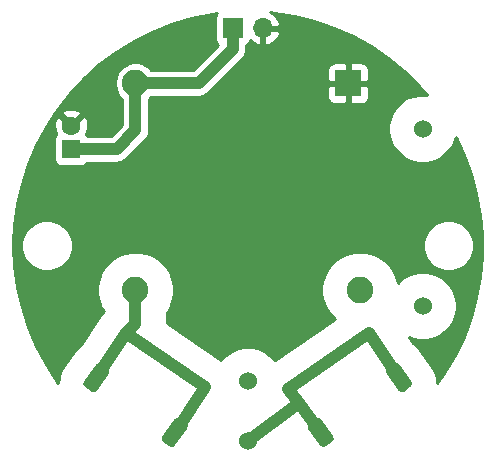
<source format=gbl>
%TF.GenerationSoftware,KiCad,Pcbnew,(5.1.9-0-10_14)*%
%TF.CreationDate,2024-01-23T11:46:41+01:00*%
%TF.ProjectId,berker-sensor-acdc,6265726b-6572-42d7-9365-6e736f722d61,rev?*%
%TF.SameCoordinates,Original*%
%TF.FileFunction,Copper,L2,Bot*%
%TF.FilePolarity,Positive*%
%FSLAX46Y46*%
G04 Gerber Fmt 4.6, Leading zero omitted, Abs format (unit mm)*
G04 Created by KiCad (PCBNEW (5.1.9-0-10_14)) date 2024-01-23 11:46:41*
%MOMM*%
%LPD*%
G01*
G04 APERTURE LIST*
%TA.AperFunction,ComponentPad*%
%ADD10C,2.250000*%
%TD*%
%TA.AperFunction,ComponentPad*%
%ADD11R,2.250000X2.250000*%
%TD*%
%TA.AperFunction,ComponentPad*%
%ADD12C,1.524000*%
%TD*%
%TA.AperFunction,ComponentPad*%
%ADD13O,1.700000X1.700000*%
%TD*%
%TA.AperFunction,ComponentPad*%
%ADD14R,1.700000X1.700000*%
%TD*%
%TA.AperFunction,ComponentPad*%
%ADD15C,1.600000*%
%TD*%
%TA.AperFunction,ComponentPad*%
%ADD16R,1.600000X1.600000*%
%TD*%
%TA.AperFunction,Conductor*%
%ADD17C,1.000000*%
%TD*%
%TA.AperFunction,Conductor*%
%ADD18C,0.254000*%
%TD*%
%TA.AperFunction,Conductor*%
%ADD19C,0.100000*%
%TD*%
G04 APERTURE END LIST*
%TO.P,J2,1*%
%TO.N,NEUT*%
%TA.AperFunction,SMDPad,CuDef*%
G36*
G01*
X-12405738Y-10000450D02*
X-11852811Y-10387614D01*
G75*
G02*
X-11769929Y-10857660I-193582J-276464D01*
G01*
X-12759348Y-12270698D01*
G75*
G02*
X-13229394Y-12353580I-276464J193582D01*
G01*
X-13782321Y-11966416D01*
G75*
G02*
X-13865203Y-11496370I193582J276464D01*
G01*
X-12875784Y-10083332D01*
G75*
G02*
X-12405738Y-10000450I276464J-193582D01*
G01*
G37*
%TD.AperFunction*%
%TA.AperFunction,SMDPad,CuDef*%
G36*
G01*
X-5770606Y-14646420D02*
X-5217679Y-15033584D01*
G75*
G02*
X-5134797Y-15503630I-193582J-276464D01*
G01*
X-6124216Y-16916668D01*
G75*
G02*
X-6594262Y-16999550I-276464J193582D01*
G01*
X-7147189Y-16612386D01*
G75*
G02*
X-7230071Y-16142340I193582J276464D01*
G01*
X-6240652Y-14729302D01*
G75*
G02*
X-5770606Y-14646420I276464J-193582D01*
G01*
G37*
%TD.AperFunction*%
%TD*%
%TO.P,J1,1*%
%TO.N,LINE*%
%TA.AperFunction,SMDPad,CuDef*%
G36*
G01*
X13782321Y-11966416D02*
X13229394Y-12353580D01*
G75*
G02*
X12759348Y-12270698I-193582J276464D01*
G01*
X11769929Y-10857660D01*
G75*
G02*
X11852811Y-10387614I276464J193582D01*
G01*
X12405738Y-10000450D01*
G75*
G02*
X12875784Y-10083332I193582J-276464D01*
G01*
X13865203Y-11496370D01*
G75*
G02*
X13782321Y-11966416I-276464J-193582D01*
G01*
G37*
%TD.AperFunction*%
%TA.AperFunction,SMDPad,CuDef*%
G36*
G01*
X7147189Y-16612386D02*
X6594262Y-16999550D01*
G75*
G02*
X6124216Y-16916668I-193582J276464D01*
G01*
X5134797Y-15503630D01*
G75*
G02*
X5217679Y-15033584I276464J193582D01*
G01*
X5770606Y-14646420D01*
G75*
G02*
X6240652Y-14729302I193582J-276464D01*
G01*
X7230071Y-16142340D01*
G75*
G02*
X7147189Y-16612386I-276464J-193582D01*
G01*
G37*
%TD.AperFunction*%
%TD*%
D10*
%TO.P,U1,3*%
%TO.N,NEUT*%
X-9500000Y-3750000D03*
%TO.P,U1,2*%
%TO.N,+3V3*%
X-9500000Y13750000D03*
%TO.P,U1,4*%
%TO.N,Net-(C1-Pad1)*%
X9500000Y-3750000D03*
D11*
%TO.P,U1,1*%
%TO.N,GND*%
X8500000Y13750000D03*
%TD*%
D12*
%TO.P,F1,2*%
%TO.N,LINE*%
X0Y-16540000D03*
%TO.P,F1,1*%
%TO.N,Net-(C1-Pad1)*%
X0Y-11460000D03*
%TD*%
D13*
%TO.P,J3,2*%
%TO.N,GND*%
X1270000Y18400000D03*
D14*
%TO.P,J3,1*%
%TO.N,+3V3*%
X-1270000Y18400000D03*
%TD*%
D12*
%TO.P,C1,2*%
%TO.N,NEUT*%
X14800000Y9900000D03*
%TO.P,C1,1*%
%TO.N,Net-(C1-Pad1)*%
X14800000Y-5100000D03*
%TD*%
D15*
%TO.P,C2,2*%
%TO.N,GND*%
X-14950000Y10170000D03*
D16*
%TO.P,C2,1*%
%TO.N,+3V3*%
X-14950000Y8170000D03*
%TD*%
D17*
%TO.N,NEUT*%
X-12817566Y-11177015D02*
X-12817566Y-11132434D01*
X-6182434Y-15822985D02*
X-6162985Y-15822985D01*
X-3600000Y-12000000D02*
X-6182434Y-15822985D01*
X-10300000Y-7400000D02*
X-3600000Y-12000000D01*
X-12817566Y-11177015D02*
X-10300000Y-7400000D01*
X-9500000Y-6600000D02*
X-10300000Y-7400000D01*
X-9500000Y-3750000D02*
X-9500000Y-6600000D01*
%TO.N,LINE*%
X10240000Y-7410000D02*
X3440000Y-12130000D01*
X12817566Y-11177015D02*
X10240000Y-7410000D01*
X4305078Y-13294922D02*
X6182434Y-15822985D01*
X0Y-16540000D02*
X4305078Y-13294922D01*
X3440000Y-12130000D02*
X4305078Y-13294922D01*
%TO.N,+3V3*%
X-1270000Y18400000D02*
X-1270000Y16630000D01*
X-4150000Y13750000D02*
X-9500000Y13750000D01*
X-1270000Y16630000D02*
X-4150000Y13750000D01*
X-14950000Y8170000D02*
X-11090000Y8170000D01*
X-9500000Y9760000D02*
X-9500000Y13750000D01*
X-11090000Y8170000D02*
X-9500000Y9760000D01*
%TD*%
D18*
%TO.N,GND*%
X2190890Y19724796D02*
X3925596Y19453978D01*
X5629579Y19030907D01*
X7289503Y18458892D01*
X8892377Y17742412D01*
X10425656Y16887074D01*
X11877340Y15899571D01*
X13236067Y14787633D01*
X14491205Y13559961D01*
X15164812Y12773033D01*
X15084542Y12789000D01*
X14515458Y12789000D01*
X13957310Y12677978D01*
X13431545Y12460199D01*
X12958370Y12144033D01*
X12555967Y11741630D01*
X12239801Y11268455D01*
X12022022Y10742690D01*
X11911000Y10184542D01*
X11911000Y9615458D01*
X12022022Y9057310D01*
X12239801Y8531545D01*
X12555967Y8058370D01*
X12958370Y7655967D01*
X13431545Y7339801D01*
X13957310Y7122022D01*
X14515458Y7011000D01*
X15084542Y7011000D01*
X15642690Y7122022D01*
X16168455Y7339801D01*
X16641630Y7655967D01*
X17044033Y8058370D01*
X17360199Y8531545D01*
X17577978Y9057310D01*
X17598725Y9161613D01*
X18293116Y7696068D01*
X18901711Y6049205D01*
X19362375Y4354998D01*
X19671502Y2626707D01*
X19826672Y877859D01*
X19826672Y-877859D01*
X19671502Y-2626707D01*
X19362375Y-4354998D01*
X18901711Y-6049205D01*
X18293116Y-7696068D01*
X17541353Y-9282700D01*
X16652304Y-10796682D01*
X16061620Y-11625006D01*
X16004868Y-11154310D01*
X15853944Y-10693239D01*
X15615970Y-10270471D01*
X14626551Y-8857433D01*
X14310670Y-8489213D01*
X13988614Y-8236463D01*
X13658684Y-7754283D01*
X13957310Y-7877978D01*
X14515458Y-7989000D01*
X15084542Y-7989000D01*
X15642690Y-7877978D01*
X16168455Y-7660199D01*
X16641630Y-7344033D01*
X17044033Y-6941630D01*
X17360199Y-6468455D01*
X17577978Y-5942690D01*
X17689000Y-5384542D01*
X17689000Y-4815458D01*
X17577978Y-4257310D01*
X17360199Y-3731545D01*
X17044033Y-3258370D01*
X16641630Y-2855967D01*
X16168455Y-2539801D01*
X15642690Y-2322022D01*
X15084542Y-2211000D01*
X14515458Y-2211000D01*
X13957310Y-2322022D01*
X13431545Y-2539801D01*
X12958370Y-2855967D01*
X12691049Y-3123288D01*
X12627027Y-2801427D01*
X12381885Y-2209600D01*
X12025993Y-1676971D01*
X11573029Y-1224007D01*
X11040400Y-868115D01*
X10448573Y-622973D01*
X9820294Y-498000D01*
X9179706Y-498000D01*
X8551427Y-622973D01*
X7959600Y-868115D01*
X7426971Y-1224007D01*
X6974007Y-1676971D01*
X6618115Y-2209600D01*
X6372973Y-2801427D01*
X6248000Y-3429706D01*
X6248000Y-4070294D01*
X6372973Y-4698573D01*
X6618115Y-5290400D01*
X6974007Y-5823029D01*
X7361305Y-6210327D01*
X2309740Y-9716708D01*
X2244033Y-9618370D01*
X1841630Y-9215967D01*
X1368455Y-8899801D01*
X842690Y-8682022D01*
X284542Y-8571000D01*
X-284542Y-8571000D01*
X-842690Y-8682022D01*
X-1368455Y-8899801D01*
X-1841630Y-9215967D01*
X-2244033Y-9618370D01*
X-2301764Y-9704770D01*
X-6862927Y-6573225D01*
X-6873000Y-6470955D01*
X-6873000Y-5671862D01*
X-6618115Y-5290400D01*
X-6372973Y-4698573D01*
X-6248000Y-4070294D01*
X-6248000Y-3429706D01*
X-6372973Y-2801427D01*
X-6618115Y-2209600D01*
X-6974007Y-1676971D01*
X-7426971Y-1224007D01*
X-7959600Y-868115D01*
X-8551427Y-622973D01*
X-9179706Y-498000D01*
X-9820294Y-498000D01*
X-10448573Y-622973D01*
X-11040400Y-868115D01*
X-11573029Y-1224007D01*
X-12025993Y-1676971D01*
X-12381885Y-2209600D01*
X-12627027Y-2801427D01*
X-12752000Y-3429706D01*
X-12752000Y-4070294D01*
X-12627027Y-4698573D01*
X-12381885Y-5290400D01*
X-12195874Y-5568785D01*
X-12321180Y-5721822D01*
X-12476178Y-5905907D01*
X-12484239Y-5920541D01*
X-12494838Y-5933456D01*
X-12556661Y-6049118D01*
X-14043173Y-8279281D01*
X-14310671Y-8489215D01*
X-14626551Y-8857433D01*
X-15615970Y-10270471D01*
X-15853943Y-10693237D01*
X-16004867Y-11154308D01*
X-16062941Y-11635964D01*
X-16062192Y-11645758D01*
X-16158432Y-11522701D01*
X-17113579Y-10049527D01*
X-17934788Y-8497701D01*
X-18615634Y-6879370D01*
X-19150787Y-5207198D01*
X-19536060Y-3494273D01*
X-19768436Y-1754000D01*
X-19846097Y0D01*
X-19836637Y213677D01*
X-19169503Y213677D01*
X-19169503Y-213677D01*
X-19086130Y-632821D01*
X-18922588Y-1027645D01*
X-18685163Y-1382977D01*
X-18382977Y-1685163D01*
X-18027645Y-1922588D01*
X-17632821Y-2086130D01*
X-17213677Y-2169503D01*
X-16786323Y-2169503D01*
X-16367179Y-2086130D01*
X-15972355Y-1922588D01*
X-15617023Y-1685163D01*
X-15314837Y-1382977D01*
X-15077412Y-1027645D01*
X-14913870Y-632821D01*
X-14830497Y-213677D01*
X-14830497Y213677D01*
X14830497Y213677D01*
X14830497Y-213677D01*
X14913870Y-632821D01*
X15077412Y-1027645D01*
X15314837Y-1382977D01*
X15617023Y-1685163D01*
X15972355Y-1922588D01*
X16367179Y-2086130D01*
X16786323Y-2169503D01*
X17213677Y-2169503D01*
X17632821Y-2086130D01*
X18027645Y-1922588D01*
X18382977Y-1685163D01*
X18685163Y-1382977D01*
X18922588Y-1027645D01*
X19086130Y-632821D01*
X19169503Y-213677D01*
X19169503Y213677D01*
X19086130Y632821D01*
X18922588Y1027645D01*
X18685163Y1382977D01*
X18382977Y1685163D01*
X18027645Y1922588D01*
X17632821Y2086130D01*
X17213677Y2169503D01*
X16786323Y2169503D01*
X16367179Y2086130D01*
X15972355Y1922588D01*
X15617023Y1685163D01*
X15314837Y1382977D01*
X15077412Y1027645D01*
X14913870Y632821D01*
X14830497Y213677D01*
X-14830497Y213677D01*
X-14913870Y632821D01*
X-15077412Y1027645D01*
X-15314837Y1382977D01*
X-15617023Y1685163D01*
X-15972355Y1922588D01*
X-16367179Y2086130D01*
X-16786323Y2169503D01*
X-17213677Y2169503D01*
X-17632821Y2086130D01*
X-18027645Y1922588D01*
X-18382977Y1685163D01*
X-18685163Y1382977D01*
X-18922588Y1027645D01*
X-19086130Y632821D01*
X-19169503Y213677D01*
X-19836637Y213677D01*
X-19768436Y1754000D01*
X-19536060Y3494273D01*
X-19150787Y5207198D01*
X-18615634Y6879370D01*
X-17934788Y8497701D01*
X-17113579Y10049527D01*
X-16391841Y11162702D01*
X-15763097Y11162702D01*
X-14950000Y10349605D01*
X-14136903Y11162702D01*
X-14208486Y11406671D01*
X-14463996Y11527571D01*
X-14738184Y11596300D01*
X-15020512Y11610217D01*
X-15300130Y11568787D01*
X-15566292Y11473603D01*
X-15691514Y11406671D01*
X-15763097Y11162702D01*
X-16391841Y11162702D01*
X-16158432Y11522701D01*
X-15076824Y12905695D01*
X-13877219Y14187684D01*
X-12569006Y15358635D01*
X-11162423Y16409384D01*
X-9668480Y17331707D01*
X-8098867Y18118386D01*
X-6465870Y18763264D01*
X-4782268Y19261295D01*
X-3061239Y19608579D01*
X-2605656Y19659182D01*
X-2650537Y19604494D01*
X-2709502Y19494180D01*
X-2745812Y19374482D01*
X-2758072Y19250000D01*
X-2758072Y17550000D01*
X-2745812Y17425518D01*
X-2709502Y17305820D01*
X-2650537Y17195506D01*
X-2571185Y17098815D01*
X-2480632Y17024500D01*
X-4620131Y14885000D01*
X-8145984Y14885000D01*
X-8378065Y15117081D01*
X-8666327Y15309692D01*
X-8986627Y15442364D01*
X-9326655Y15510000D01*
X-9673345Y15510000D01*
X-10013373Y15442364D01*
X-10333673Y15309692D01*
X-10621935Y15117081D01*
X-10867081Y14871935D01*
X-11059692Y14583673D01*
X-11192364Y14263373D01*
X-11260000Y13923345D01*
X-11260000Y13576655D01*
X-11192364Y13236627D01*
X-11059692Y12916327D01*
X-10867081Y12628065D01*
X-10634999Y12395983D01*
X-10635000Y10230133D01*
X-11560131Y9305000D01*
X-13609043Y9305000D01*
X-13619463Y9324494D01*
X-13698815Y9421185D01*
X-13711758Y9431807D01*
X-13592429Y9683996D01*
X-13523700Y9958184D01*
X-13509783Y10240512D01*
X-13551213Y10520130D01*
X-13646397Y10786292D01*
X-13713329Y10911514D01*
X-13957298Y10983097D01*
X-14770395Y10170000D01*
X-14756253Y10155858D01*
X-14935858Y9976253D01*
X-14950000Y9990395D01*
X-14964143Y9976253D01*
X-15143748Y10155858D01*
X-15129605Y10170000D01*
X-15942702Y10983097D01*
X-16186671Y10911514D01*
X-16307571Y10656004D01*
X-16376300Y10381816D01*
X-16390217Y10099488D01*
X-16348787Y9819870D01*
X-16253603Y9553708D01*
X-16188384Y9431691D01*
X-16201185Y9421185D01*
X-16280537Y9324494D01*
X-16339502Y9214180D01*
X-16375812Y9094482D01*
X-16388072Y8970000D01*
X-16388072Y7370000D01*
X-16375812Y7245518D01*
X-16339502Y7125820D01*
X-16280537Y7015506D01*
X-16201185Y6918815D01*
X-16104494Y6839463D01*
X-15994180Y6780498D01*
X-15874482Y6744188D01*
X-15750000Y6731928D01*
X-14150000Y6731928D01*
X-14025518Y6744188D01*
X-13905820Y6780498D01*
X-13795506Y6839463D01*
X-13698815Y6918815D01*
X-13619463Y7015506D01*
X-13609043Y7035000D01*
X-11145751Y7035000D01*
X-11090000Y7029509D01*
X-11034249Y7035000D01*
X-11034248Y7035000D01*
X-10867501Y7051423D01*
X-10653553Y7116324D01*
X-10456377Y7221716D01*
X-10283551Y7363551D01*
X-10248005Y7406864D01*
X-8736854Y8918013D01*
X-8693551Y8953551D01*
X-8551716Y9126377D01*
X-8446324Y9323553D01*
X-8381423Y9537501D01*
X-8365000Y9704248D01*
X-8365000Y9704249D01*
X-8359509Y9760000D01*
X-8365000Y9815752D01*
X-8365000Y12395984D01*
X-8145984Y12615000D01*
X-4205751Y12615000D01*
X-4150000Y12609509D01*
X-4094249Y12615000D01*
X-4094248Y12615000D01*
X-3992716Y12625000D01*
X6736928Y12625000D01*
X6749188Y12500518D01*
X6785498Y12380820D01*
X6844463Y12270506D01*
X6923815Y12173815D01*
X7020506Y12094463D01*
X7130820Y12035498D01*
X7250518Y11999188D01*
X7375000Y11986928D01*
X8214250Y11990000D01*
X8373000Y12148750D01*
X8373000Y13623000D01*
X8627000Y13623000D01*
X8627000Y12148750D01*
X8785750Y11990000D01*
X9625000Y11986928D01*
X9749482Y11999188D01*
X9869180Y12035498D01*
X9979494Y12094463D01*
X10076185Y12173815D01*
X10155537Y12270506D01*
X10214502Y12380820D01*
X10250812Y12500518D01*
X10263072Y12625000D01*
X10260000Y13464250D01*
X10101250Y13623000D01*
X8627000Y13623000D01*
X8373000Y13623000D01*
X6898750Y13623000D01*
X6740000Y13464250D01*
X6736928Y12625000D01*
X-3992716Y12625000D01*
X-3927501Y12631423D01*
X-3713553Y12696324D01*
X-3516377Y12801716D01*
X-3343551Y12943551D01*
X-3308004Y12986865D01*
X-1419869Y14875000D01*
X6736928Y14875000D01*
X6740000Y14035750D01*
X6898750Y13877000D01*
X8373000Y13877000D01*
X8373000Y15351250D01*
X8627000Y15351250D01*
X8627000Y13877000D01*
X10101250Y13877000D01*
X10260000Y14035750D01*
X10263072Y14875000D01*
X10250812Y14999482D01*
X10214502Y15119180D01*
X10155537Y15229494D01*
X10076185Y15326185D01*
X9979494Y15405537D01*
X9869180Y15464502D01*
X9749482Y15500812D01*
X9625000Y15513072D01*
X8785750Y15510000D01*
X8627000Y15351250D01*
X8373000Y15351250D01*
X8214250Y15510000D01*
X7375000Y15513072D01*
X7250518Y15500812D01*
X7130820Y15464502D01*
X7020506Y15405537D01*
X6923815Y15326185D01*
X6844463Y15229494D01*
X6785498Y15119180D01*
X6749188Y14999482D01*
X6736928Y14875000D01*
X-1419869Y14875000D01*
X-506859Y15788009D01*
X-463551Y15823551D01*
X-321716Y15996377D01*
X-216324Y16193553D01*
X-151423Y16407501D01*
X-135000Y16574248D01*
X-129509Y16629999D01*
X-135000Y16685751D01*
X-135000Y16982317D01*
X-65506Y17019463D01*
X31185Y17098815D01*
X110537Y17195506D01*
X169502Y17305820D01*
X193966Y17386466D01*
X269731Y17302412D01*
X503080Y17128359D01*
X765901Y17003175D01*
X913110Y16958524D01*
X1143000Y17079845D01*
X1143000Y18273000D01*
X1397000Y18273000D01*
X1397000Y17079845D01*
X1626890Y16958524D01*
X1774099Y17003175D01*
X2036920Y17128359D01*
X2270269Y17302412D01*
X2465178Y17518645D01*
X2614157Y17768748D01*
X2711481Y18043109D01*
X2590814Y18273000D01*
X1397000Y18273000D01*
X1143000Y18273000D01*
X1123000Y18273000D01*
X1123000Y18527000D01*
X1143000Y18527000D01*
X1143000Y18547000D01*
X1397000Y18547000D01*
X1397000Y18527000D01*
X2590814Y18527000D01*
X2711481Y18756891D01*
X2614157Y19031252D01*
X2465178Y19281355D01*
X2270269Y19497588D01*
X2036920Y19671641D01*
X1882252Y19745311D01*
X2190890Y19724796D01*
%TA.AperFunction,Conductor*%
D19*
G36*
X2190890Y19724796D02*
G01*
X3925596Y19453978D01*
X5629579Y19030907D01*
X7289503Y18458892D01*
X8892377Y17742412D01*
X10425656Y16887074D01*
X11877340Y15899571D01*
X13236067Y14787633D01*
X14491205Y13559961D01*
X15164812Y12773033D01*
X15084542Y12789000D01*
X14515458Y12789000D01*
X13957310Y12677978D01*
X13431545Y12460199D01*
X12958370Y12144033D01*
X12555967Y11741630D01*
X12239801Y11268455D01*
X12022022Y10742690D01*
X11911000Y10184542D01*
X11911000Y9615458D01*
X12022022Y9057310D01*
X12239801Y8531545D01*
X12555967Y8058370D01*
X12958370Y7655967D01*
X13431545Y7339801D01*
X13957310Y7122022D01*
X14515458Y7011000D01*
X15084542Y7011000D01*
X15642690Y7122022D01*
X16168455Y7339801D01*
X16641630Y7655967D01*
X17044033Y8058370D01*
X17360199Y8531545D01*
X17577978Y9057310D01*
X17598725Y9161613D01*
X18293116Y7696068D01*
X18901711Y6049205D01*
X19362375Y4354998D01*
X19671502Y2626707D01*
X19826672Y877859D01*
X19826672Y-877859D01*
X19671502Y-2626707D01*
X19362375Y-4354998D01*
X18901711Y-6049205D01*
X18293116Y-7696068D01*
X17541353Y-9282700D01*
X16652304Y-10796682D01*
X16061620Y-11625006D01*
X16004868Y-11154310D01*
X15853944Y-10693239D01*
X15615970Y-10270471D01*
X14626551Y-8857433D01*
X14310670Y-8489213D01*
X13988614Y-8236463D01*
X13658684Y-7754283D01*
X13957310Y-7877978D01*
X14515458Y-7989000D01*
X15084542Y-7989000D01*
X15642690Y-7877978D01*
X16168455Y-7660199D01*
X16641630Y-7344033D01*
X17044033Y-6941630D01*
X17360199Y-6468455D01*
X17577978Y-5942690D01*
X17689000Y-5384542D01*
X17689000Y-4815458D01*
X17577978Y-4257310D01*
X17360199Y-3731545D01*
X17044033Y-3258370D01*
X16641630Y-2855967D01*
X16168455Y-2539801D01*
X15642690Y-2322022D01*
X15084542Y-2211000D01*
X14515458Y-2211000D01*
X13957310Y-2322022D01*
X13431545Y-2539801D01*
X12958370Y-2855967D01*
X12691049Y-3123288D01*
X12627027Y-2801427D01*
X12381885Y-2209600D01*
X12025993Y-1676971D01*
X11573029Y-1224007D01*
X11040400Y-868115D01*
X10448573Y-622973D01*
X9820294Y-498000D01*
X9179706Y-498000D01*
X8551427Y-622973D01*
X7959600Y-868115D01*
X7426971Y-1224007D01*
X6974007Y-1676971D01*
X6618115Y-2209600D01*
X6372973Y-2801427D01*
X6248000Y-3429706D01*
X6248000Y-4070294D01*
X6372973Y-4698573D01*
X6618115Y-5290400D01*
X6974007Y-5823029D01*
X7361305Y-6210327D01*
X2309740Y-9716708D01*
X2244033Y-9618370D01*
X1841630Y-9215967D01*
X1368455Y-8899801D01*
X842690Y-8682022D01*
X284542Y-8571000D01*
X-284542Y-8571000D01*
X-842690Y-8682022D01*
X-1368455Y-8899801D01*
X-1841630Y-9215967D01*
X-2244033Y-9618370D01*
X-2301764Y-9704770D01*
X-6862927Y-6573225D01*
X-6873000Y-6470955D01*
X-6873000Y-5671862D01*
X-6618115Y-5290400D01*
X-6372973Y-4698573D01*
X-6248000Y-4070294D01*
X-6248000Y-3429706D01*
X-6372973Y-2801427D01*
X-6618115Y-2209600D01*
X-6974007Y-1676971D01*
X-7426971Y-1224007D01*
X-7959600Y-868115D01*
X-8551427Y-622973D01*
X-9179706Y-498000D01*
X-9820294Y-498000D01*
X-10448573Y-622973D01*
X-11040400Y-868115D01*
X-11573029Y-1224007D01*
X-12025993Y-1676971D01*
X-12381885Y-2209600D01*
X-12627027Y-2801427D01*
X-12752000Y-3429706D01*
X-12752000Y-4070294D01*
X-12627027Y-4698573D01*
X-12381885Y-5290400D01*
X-12195874Y-5568785D01*
X-12321180Y-5721822D01*
X-12476178Y-5905907D01*
X-12484239Y-5920541D01*
X-12494838Y-5933456D01*
X-12556661Y-6049118D01*
X-14043173Y-8279281D01*
X-14310671Y-8489215D01*
X-14626551Y-8857433D01*
X-15615970Y-10270471D01*
X-15853943Y-10693237D01*
X-16004867Y-11154308D01*
X-16062941Y-11635964D01*
X-16062192Y-11645758D01*
X-16158432Y-11522701D01*
X-17113579Y-10049527D01*
X-17934788Y-8497701D01*
X-18615634Y-6879370D01*
X-19150787Y-5207198D01*
X-19536060Y-3494273D01*
X-19768436Y-1754000D01*
X-19846097Y0D01*
X-19836637Y213677D01*
X-19169503Y213677D01*
X-19169503Y-213677D01*
X-19086130Y-632821D01*
X-18922588Y-1027645D01*
X-18685163Y-1382977D01*
X-18382977Y-1685163D01*
X-18027645Y-1922588D01*
X-17632821Y-2086130D01*
X-17213677Y-2169503D01*
X-16786323Y-2169503D01*
X-16367179Y-2086130D01*
X-15972355Y-1922588D01*
X-15617023Y-1685163D01*
X-15314837Y-1382977D01*
X-15077412Y-1027645D01*
X-14913870Y-632821D01*
X-14830497Y-213677D01*
X-14830497Y213677D01*
X14830497Y213677D01*
X14830497Y-213677D01*
X14913870Y-632821D01*
X15077412Y-1027645D01*
X15314837Y-1382977D01*
X15617023Y-1685163D01*
X15972355Y-1922588D01*
X16367179Y-2086130D01*
X16786323Y-2169503D01*
X17213677Y-2169503D01*
X17632821Y-2086130D01*
X18027645Y-1922588D01*
X18382977Y-1685163D01*
X18685163Y-1382977D01*
X18922588Y-1027645D01*
X19086130Y-632821D01*
X19169503Y-213677D01*
X19169503Y213677D01*
X19086130Y632821D01*
X18922588Y1027645D01*
X18685163Y1382977D01*
X18382977Y1685163D01*
X18027645Y1922588D01*
X17632821Y2086130D01*
X17213677Y2169503D01*
X16786323Y2169503D01*
X16367179Y2086130D01*
X15972355Y1922588D01*
X15617023Y1685163D01*
X15314837Y1382977D01*
X15077412Y1027645D01*
X14913870Y632821D01*
X14830497Y213677D01*
X-14830497Y213677D01*
X-14913870Y632821D01*
X-15077412Y1027645D01*
X-15314837Y1382977D01*
X-15617023Y1685163D01*
X-15972355Y1922588D01*
X-16367179Y2086130D01*
X-16786323Y2169503D01*
X-17213677Y2169503D01*
X-17632821Y2086130D01*
X-18027645Y1922588D01*
X-18382977Y1685163D01*
X-18685163Y1382977D01*
X-18922588Y1027645D01*
X-19086130Y632821D01*
X-19169503Y213677D01*
X-19836637Y213677D01*
X-19768436Y1754000D01*
X-19536060Y3494273D01*
X-19150787Y5207198D01*
X-18615634Y6879370D01*
X-17934788Y8497701D01*
X-17113579Y10049527D01*
X-16391841Y11162702D01*
X-15763097Y11162702D01*
X-14950000Y10349605D01*
X-14136903Y11162702D01*
X-14208486Y11406671D01*
X-14463996Y11527571D01*
X-14738184Y11596300D01*
X-15020512Y11610217D01*
X-15300130Y11568787D01*
X-15566292Y11473603D01*
X-15691514Y11406671D01*
X-15763097Y11162702D01*
X-16391841Y11162702D01*
X-16158432Y11522701D01*
X-15076824Y12905695D01*
X-13877219Y14187684D01*
X-12569006Y15358635D01*
X-11162423Y16409384D01*
X-9668480Y17331707D01*
X-8098867Y18118386D01*
X-6465870Y18763264D01*
X-4782268Y19261295D01*
X-3061239Y19608579D01*
X-2605656Y19659182D01*
X-2650537Y19604494D01*
X-2709502Y19494180D01*
X-2745812Y19374482D01*
X-2758072Y19250000D01*
X-2758072Y17550000D01*
X-2745812Y17425518D01*
X-2709502Y17305820D01*
X-2650537Y17195506D01*
X-2571185Y17098815D01*
X-2480632Y17024500D01*
X-4620131Y14885000D01*
X-8145984Y14885000D01*
X-8378065Y15117081D01*
X-8666327Y15309692D01*
X-8986627Y15442364D01*
X-9326655Y15510000D01*
X-9673345Y15510000D01*
X-10013373Y15442364D01*
X-10333673Y15309692D01*
X-10621935Y15117081D01*
X-10867081Y14871935D01*
X-11059692Y14583673D01*
X-11192364Y14263373D01*
X-11260000Y13923345D01*
X-11260000Y13576655D01*
X-11192364Y13236627D01*
X-11059692Y12916327D01*
X-10867081Y12628065D01*
X-10634999Y12395983D01*
X-10635000Y10230133D01*
X-11560131Y9305000D01*
X-13609043Y9305000D01*
X-13619463Y9324494D01*
X-13698815Y9421185D01*
X-13711758Y9431807D01*
X-13592429Y9683996D01*
X-13523700Y9958184D01*
X-13509783Y10240512D01*
X-13551213Y10520130D01*
X-13646397Y10786292D01*
X-13713329Y10911514D01*
X-13957298Y10983097D01*
X-14770395Y10170000D01*
X-14756253Y10155858D01*
X-14935858Y9976253D01*
X-14950000Y9990395D01*
X-14964143Y9976253D01*
X-15143748Y10155858D01*
X-15129605Y10170000D01*
X-15942702Y10983097D01*
X-16186671Y10911514D01*
X-16307571Y10656004D01*
X-16376300Y10381816D01*
X-16390217Y10099488D01*
X-16348787Y9819870D01*
X-16253603Y9553708D01*
X-16188384Y9431691D01*
X-16201185Y9421185D01*
X-16280537Y9324494D01*
X-16339502Y9214180D01*
X-16375812Y9094482D01*
X-16388072Y8970000D01*
X-16388072Y7370000D01*
X-16375812Y7245518D01*
X-16339502Y7125820D01*
X-16280537Y7015506D01*
X-16201185Y6918815D01*
X-16104494Y6839463D01*
X-15994180Y6780498D01*
X-15874482Y6744188D01*
X-15750000Y6731928D01*
X-14150000Y6731928D01*
X-14025518Y6744188D01*
X-13905820Y6780498D01*
X-13795506Y6839463D01*
X-13698815Y6918815D01*
X-13619463Y7015506D01*
X-13609043Y7035000D01*
X-11145751Y7035000D01*
X-11090000Y7029509D01*
X-11034249Y7035000D01*
X-11034248Y7035000D01*
X-10867501Y7051423D01*
X-10653553Y7116324D01*
X-10456377Y7221716D01*
X-10283551Y7363551D01*
X-10248005Y7406864D01*
X-8736854Y8918013D01*
X-8693551Y8953551D01*
X-8551716Y9126377D01*
X-8446324Y9323553D01*
X-8381423Y9537501D01*
X-8365000Y9704248D01*
X-8365000Y9704249D01*
X-8359509Y9760000D01*
X-8365000Y9815752D01*
X-8365000Y12395984D01*
X-8145984Y12615000D01*
X-4205751Y12615000D01*
X-4150000Y12609509D01*
X-4094249Y12615000D01*
X-4094248Y12615000D01*
X-3992716Y12625000D01*
X6736928Y12625000D01*
X6749188Y12500518D01*
X6785498Y12380820D01*
X6844463Y12270506D01*
X6923815Y12173815D01*
X7020506Y12094463D01*
X7130820Y12035498D01*
X7250518Y11999188D01*
X7375000Y11986928D01*
X8214250Y11990000D01*
X8373000Y12148750D01*
X8373000Y13623000D01*
X8627000Y13623000D01*
X8627000Y12148750D01*
X8785750Y11990000D01*
X9625000Y11986928D01*
X9749482Y11999188D01*
X9869180Y12035498D01*
X9979494Y12094463D01*
X10076185Y12173815D01*
X10155537Y12270506D01*
X10214502Y12380820D01*
X10250812Y12500518D01*
X10263072Y12625000D01*
X10260000Y13464250D01*
X10101250Y13623000D01*
X8627000Y13623000D01*
X8373000Y13623000D01*
X6898750Y13623000D01*
X6740000Y13464250D01*
X6736928Y12625000D01*
X-3992716Y12625000D01*
X-3927501Y12631423D01*
X-3713553Y12696324D01*
X-3516377Y12801716D01*
X-3343551Y12943551D01*
X-3308004Y12986865D01*
X-1419869Y14875000D01*
X6736928Y14875000D01*
X6740000Y14035750D01*
X6898750Y13877000D01*
X8373000Y13877000D01*
X8373000Y15351250D01*
X8627000Y15351250D01*
X8627000Y13877000D01*
X10101250Y13877000D01*
X10260000Y14035750D01*
X10263072Y14875000D01*
X10250812Y14999482D01*
X10214502Y15119180D01*
X10155537Y15229494D01*
X10076185Y15326185D01*
X9979494Y15405537D01*
X9869180Y15464502D01*
X9749482Y15500812D01*
X9625000Y15513072D01*
X8785750Y15510000D01*
X8627000Y15351250D01*
X8373000Y15351250D01*
X8214250Y15510000D01*
X7375000Y15513072D01*
X7250518Y15500812D01*
X7130820Y15464502D01*
X7020506Y15405537D01*
X6923815Y15326185D01*
X6844463Y15229494D01*
X6785498Y15119180D01*
X6749188Y14999482D01*
X6736928Y14875000D01*
X-1419869Y14875000D01*
X-506859Y15788009D01*
X-463551Y15823551D01*
X-321716Y15996377D01*
X-216324Y16193553D01*
X-151423Y16407501D01*
X-135000Y16574248D01*
X-129509Y16629999D01*
X-135000Y16685751D01*
X-135000Y16982317D01*
X-65506Y17019463D01*
X31185Y17098815D01*
X110537Y17195506D01*
X169502Y17305820D01*
X193966Y17386466D01*
X269731Y17302412D01*
X503080Y17128359D01*
X765901Y17003175D01*
X913110Y16958524D01*
X1143000Y17079845D01*
X1143000Y18273000D01*
X1397000Y18273000D01*
X1397000Y17079845D01*
X1626890Y16958524D01*
X1774099Y17003175D01*
X2036920Y17128359D01*
X2270269Y17302412D01*
X2465178Y17518645D01*
X2614157Y17768748D01*
X2711481Y18043109D01*
X2590814Y18273000D01*
X1397000Y18273000D01*
X1143000Y18273000D01*
X1123000Y18273000D01*
X1123000Y18527000D01*
X1143000Y18527000D01*
X1143000Y18547000D01*
X1397000Y18547000D01*
X1397000Y18527000D01*
X2590814Y18527000D01*
X2711481Y18756891D01*
X2614157Y19031252D01*
X2465178Y19281355D01*
X2270269Y19497588D01*
X2036920Y19671641D01*
X1882252Y19745311D01*
X2190890Y19724796D01*
G37*
%TD.AperFunction*%
%TD*%
M02*

</source>
